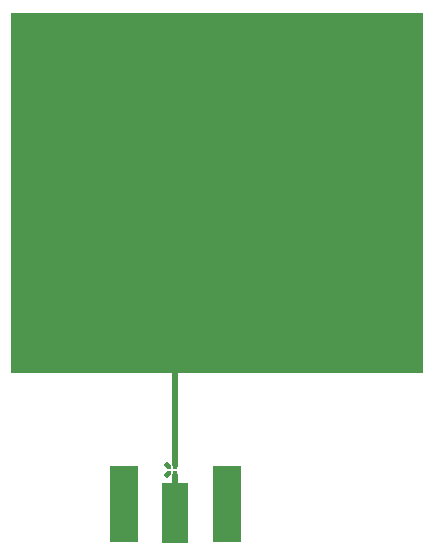
<source format=gbr>
G04 #@! TF.FileFunction,Copper,L1,Top,Signal*
%FSLAX46Y46*%
G04 Gerber Fmt 4.6, Leading zero omitted, Abs format (unit mm)*
G04 Created by KiCad (PCBNEW 4.0.5) date 04/05/17 16:10:39*
%MOMM*%
%LPD*%
G01*
G04 APERTURE LIST*
%ADD10C,0.025400*%
%ADD11R,2.290000X5.080000*%
%ADD12R,2.420000X6.480000*%
%ADD13C,0.970000*%
%ADD14R,0.350000X0.300000*%
%ADD15R,34.925000X30.480000*%
%ADD16C,0.508000*%
%ADD17C,0.355600*%
%ADD18C,0.508000*%
%ADD19C,0.482600*%
%ADD20C,0.457200*%
%ADD21C,0.431800*%
%ADD22C,0.406400*%
%ADD23C,0.381000*%
G04 APERTURE END LIST*
D10*
D11*
X21907500Y2534500D03*
D12*
X17527500Y3234500D03*
X26287500Y3234500D03*
D13*
X17527500Y5974500D03*
X26287500Y5974500D03*
D14*
X21903100Y5909500D03*
X21903100Y6409500D03*
X21353100Y6409500D03*
X21353100Y5909500D03*
D15*
X25400000Y29591000D03*
D16*
X21170900Y6565900D03*
X21170900Y5753100D03*
D17*
X21903100Y6409500D02*
X21903100Y6561500D01*
D18*
X21907500Y6642100D02*
X21907500Y26098500D01*
X21907500Y6629400D02*
X21907500Y6642100D01*
D19*
X21907500Y6616700D02*
X21907500Y6629400D01*
D20*
X21907500Y6604000D02*
X21907500Y6616700D01*
D21*
X21907500Y6591300D02*
X21907500Y6604000D01*
D22*
X21907500Y6565900D02*
X21907500Y6591300D01*
D23*
X21903100Y6561500D02*
X21907500Y6565900D01*
D18*
X21907500Y26098500D02*
X25400000Y29591000D01*
D17*
X21903100Y5909500D02*
X21903100Y5757500D01*
D18*
X21907500Y5676900D02*
X21907500Y2534500D01*
X21907500Y5689600D02*
X21907500Y5676900D01*
D19*
X21907500Y5702300D02*
X21907500Y5689600D01*
D20*
X21907500Y5715000D02*
X21907500Y5702300D01*
D21*
X21907500Y5727700D02*
X21907500Y5715000D01*
D22*
X21907500Y5753100D02*
X21907500Y5727700D01*
D23*
X21903100Y5757500D02*
X21907500Y5753100D01*
D17*
X21353100Y6409500D02*
X21196700Y6565900D01*
X21196700Y6565900D02*
X21170900Y6565900D01*
X21353100Y5909500D02*
X21196700Y5753100D01*
X21196700Y5753100D02*
X21170900Y5753100D01*
M02*

</source>
